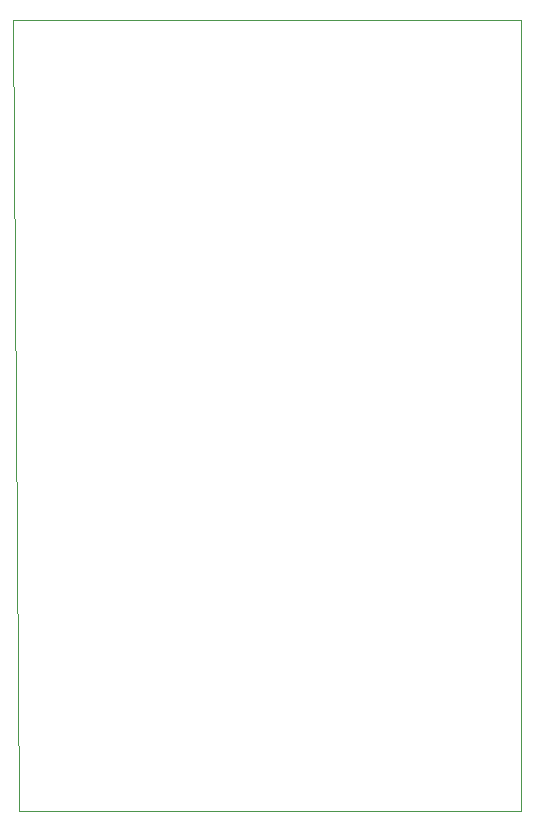
<source format=gbr>
%TF.GenerationSoftware,KiCad,Pcbnew,9.0.2*%
%TF.CreationDate,2025-11-26T15:53:53-08:00*%
%TF.ProjectId,ECE411_1,45434534-3131-45f3-912e-6b696361645f,3.0*%
%TF.SameCoordinates,Original*%
%TF.FileFunction,Profile,NP*%
%FSLAX46Y46*%
G04 Gerber Fmt 4.6, Leading zero omitted, Abs format (unit mm)*
G04 Created by KiCad (PCBNEW 9.0.2) date 2025-11-26 15:53:53*
%MOMM*%
%LPD*%
G01*
G04 APERTURE LIST*
%TA.AperFunction,Profile*%
%ADD10C,0.050000*%
%TD*%
G04 APERTURE END LIST*
D10*
X102000000Y-83500000D02*
X102500000Y-150500000D01*
X145000000Y-150500000D02*
X145000000Y-83500000D01*
X145000000Y-83500000D02*
X102000000Y-83500000D01*
X102500000Y-150500000D02*
X145000000Y-150500000D01*
M02*

</source>
